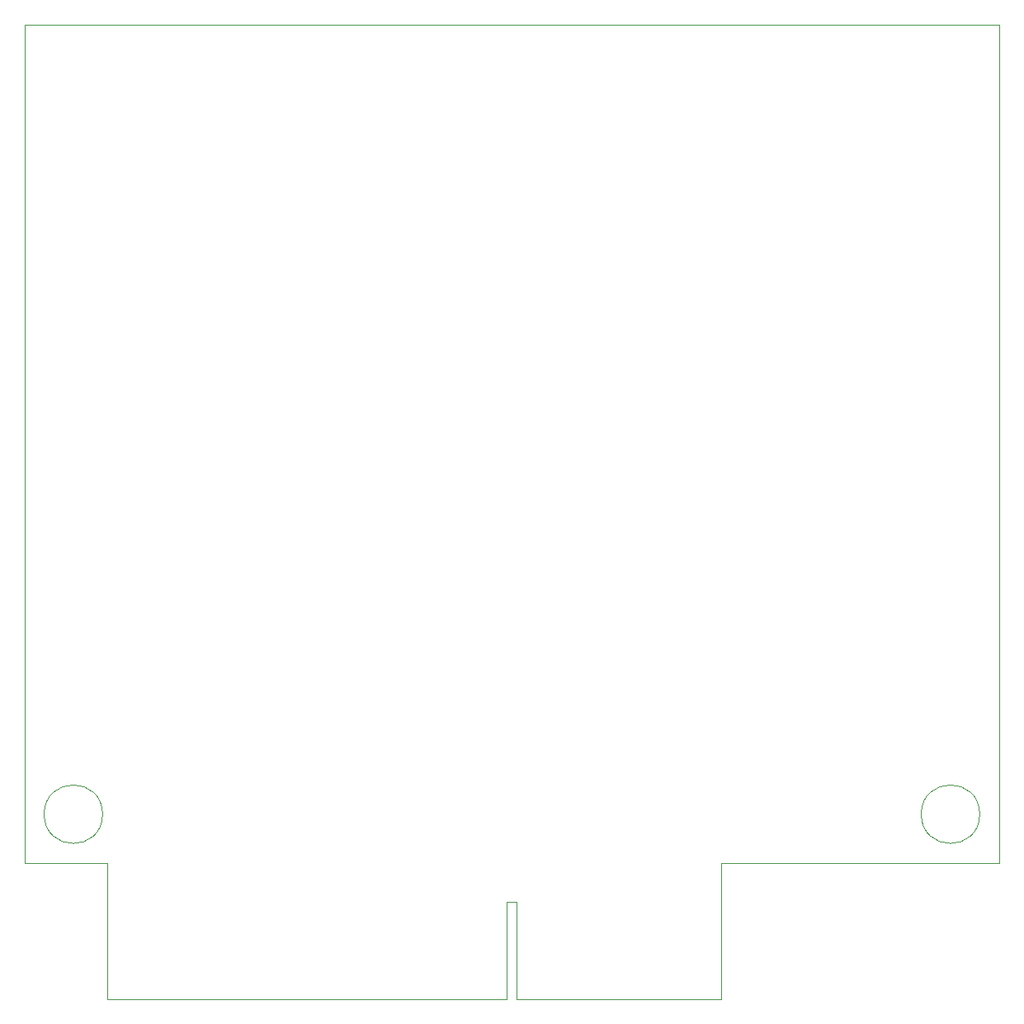
<source format=gbr>
G04 #@! TF.GenerationSoftware,KiCad,Pcbnew,(5.1.5)-3*
G04 #@! TF.CreationDate,2021-01-01T11:58:36-08:00*
G04 #@! TF.ProjectId,uknc_fdd_sds,756b6e63-5f66-4646-945f-7364732e6b69,rev?*
G04 #@! TF.SameCoordinates,Original*
G04 #@! TF.FileFunction,Profile,NP*
%FSLAX46Y46*%
G04 Gerber Fmt 4.6, Leading zero omitted, Abs format (unit mm)*
G04 Created by KiCad (PCBNEW (5.1.5)-3) date 2021-01-01 11:58:36*
%MOMM*%
%LPD*%
G04 APERTURE LIST*
%ADD10C,0.050000*%
G04 APERTURE END LIST*
D10*
X192000000Y0D02*
X92000000Y0D01*
X190000000Y-81000000D02*
G75*
G03X190000000Y-81000000I-3000000J0D01*
G01*
X100000000Y-81000000D02*
G75*
G03X100000000Y-81000000I-3000000J0D01*
G01*
X192000000Y-86000000D02*
X192000000Y0D01*
X142500000Y-90000000D02*
X141500000Y-90000000D01*
X142500000Y-100000000D02*
X163500000Y-100000000D01*
X142500000Y-100000000D02*
X142500000Y-90000000D01*
X141500000Y-100000000D02*
X141500000Y-90000000D01*
X92000000Y-86000000D02*
X92000000Y0D01*
X163500000Y-86000000D02*
X192000000Y-86000000D01*
X100500000Y-86000000D02*
X92000000Y-86000000D01*
X163500000Y-100000000D02*
X163500000Y-86000000D01*
X100500000Y-100000000D02*
X100500000Y-86000000D01*
X100500000Y-100000000D02*
X141500000Y-100000000D01*
M02*

</source>
